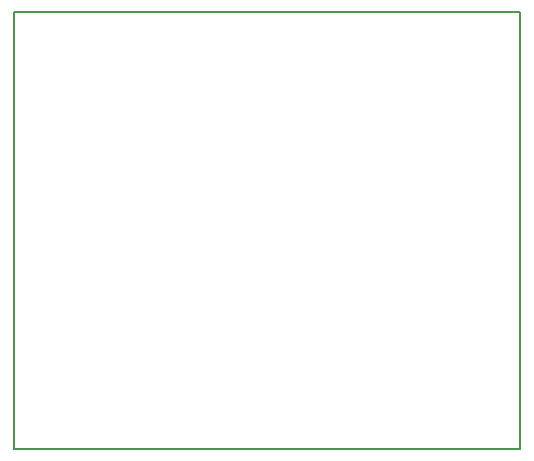
<source format=gbr>
G04 #@! TF.GenerationSoftware,KiCad,Pcbnew,(5.1.10)-1*
G04 #@! TF.CreationDate,2022-01-29T17:07:00-03:00*
G04 #@! TF.ProjectId,LNA,4c4e412e-6b69-4636-9164-5f7063625858,rev?*
G04 #@! TF.SameCoordinates,Original*
G04 #@! TF.FileFunction,Profile,NP*
%FSLAX46Y46*%
G04 Gerber Fmt 4.6, Leading zero omitted, Abs format (unit mm)*
G04 Created by KiCad (PCBNEW (5.1.10)-1) date 2022-01-29 17:07:00*
%MOMM*%
%LPD*%
G01*
G04 APERTURE LIST*
G04 #@! TA.AperFunction,Profile*
%ADD10C,0.150000*%
G04 #@! TD*
G04 APERTURE END LIST*
D10*
X260000000Y-155300000D02*
X260000000Y-118300000D01*
X217100000Y-155300000D02*
X260000000Y-155300000D01*
X217100000Y-118300000D02*
X217100000Y-155300000D01*
X260000000Y-118300000D02*
X217100000Y-118300000D01*
M02*

</source>
